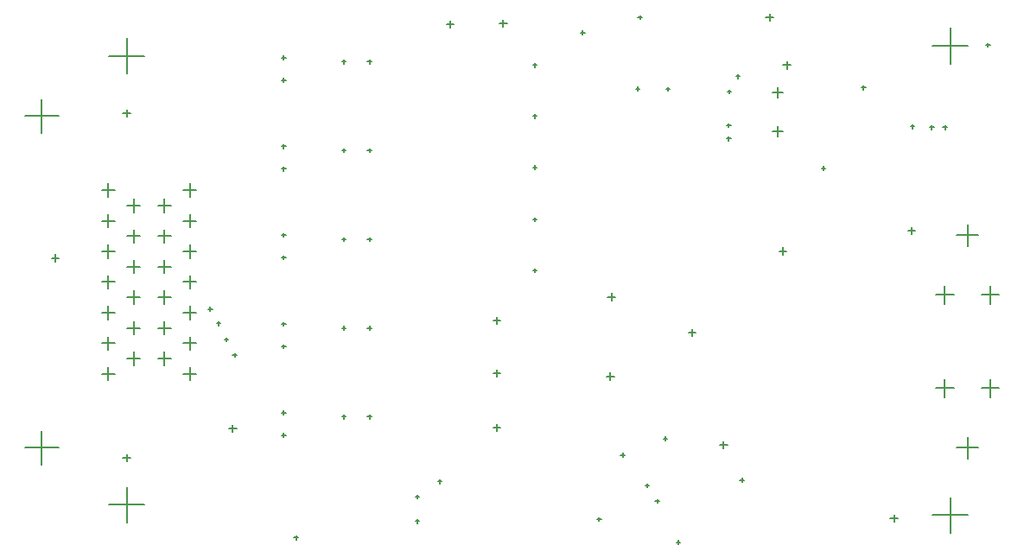
<source format=gbr>
%TF.GenerationSoftware,Altium Limited,Altium Designer,18.1.9 (240)*%
G04 Layer_Color=128*
%FSLAX26Y26*%
%MOIN*%
%TF.FileFunction,Drillmap*%
%TF.Part,Single*%
G01*
G75*
%TA.AperFunction,NonConductor*%
%ADD109C,0.005000*%
D109*
X6525591Y6366142D02*
X6663386D01*
X6594488Y6297244D02*
Y6435039D01*
X6525591Y4555118D02*
X6663386D01*
X6594488Y4486221D02*
Y4624016D01*
X3348425Y4594488D02*
X3486220D01*
X3417323Y4525591D02*
Y4663386D01*
X3348425Y6326772D02*
X3486220D01*
X3417323Y6257874D02*
Y6395669D01*
X6714448Y5404567D02*
X6783739D01*
X6749094Y5369921D02*
Y5439213D01*
X6714448Y5045512D02*
X6783739D01*
X6749094Y5010866D02*
Y5080158D01*
X6618897Y5635039D02*
X6703936D01*
X6661417Y5592520D02*
Y5677559D01*
X6618897Y4814961D02*
X6703936D01*
X6661417Y4772441D02*
Y4857480D01*
X6539251Y5404567D02*
X6608542D01*
X6573897Y5369921D02*
Y5439213D01*
X6539251Y5045512D02*
X6608542D01*
X6573897Y5010866D02*
Y5080158D01*
X3025591Y4814961D02*
X3155512D01*
X3090551Y4750000D02*
Y4879921D01*
X3320866Y5809055D02*
X3372047D01*
X3346457Y5783465D02*
Y5834646D01*
X3320866Y5690945D02*
X3372047D01*
X3346457Y5665354D02*
Y5716535D01*
X3320866Y5572835D02*
X3372047D01*
X3346457Y5547244D02*
Y5598425D01*
X3320866Y5454724D02*
X3372047D01*
X3346457Y5429134D02*
Y5480315D01*
X3320866Y5336614D02*
X3372047D01*
X3346457Y5311024D02*
Y5362205D01*
X3320866Y5218504D02*
X3372047D01*
X3346457Y5192913D02*
Y5244094D01*
X3320866Y5100394D02*
X3372047D01*
X3346457Y5074803D02*
Y5125984D01*
X3419291Y5750000D02*
X3470472D01*
X3444882Y5724409D02*
Y5775591D01*
X3419291Y5631890D02*
X3470472D01*
X3444882Y5606299D02*
Y5657480D01*
X3419291Y5513779D02*
X3470472D01*
X3444882Y5488189D02*
Y5539370D01*
X3419291Y5395669D02*
X3470472D01*
X3444882Y5370079D02*
Y5421260D01*
X3419291Y5277559D02*
X3470472D01*
X3444882Y5251969D02*
Y5303150D01*
X3419291Y5159449D02*
X3470472D01*
X3444882Y5133858D02*
Y5185039D01*
X3537402Y5750000D02*
X3588583D01*
X3562992Y5724409D02*
Y5775591D01*
X3537402Y5631890D02*
X3588583D01*
X3562992Y5606299D02*
Y5657480D01*
X3537402Y5513779D02*
X3588583D01*
X3562992Y5488189D02*
Y5539370D01*
X3537402Y5395669D02*
X3588583D01*
X3562992Y5370079D02*
Y5421260D01*
X3537402Y5277559D02*
X3588583D01*
X3562992Y5251969D02*
Y5303150D01*
X3537402Y5159449D02*
X3588583D01*
X3562992Y5133858D02*
Y5185039D01*
X3635827Y5809055D02*
X3687008D01*
X3661417Y5783465D02*
Y5834646D01*
X3635827Y5690945D02*
X3687008D01*
X3661417Y5665354D02*
Y5716535D01*
X3635827Y5572835D02*
X3687008D01*
X3661417Y5547244D02*
Y5598425D01*
X3635827Y5454724D02*
X3687008D01*
X3661417Y5429134D02*
Y5480315D01*
X3635827Y5336614D02*
X3687008D01*
X3661417Y5311024D02*
Y5362205D01*
X3635827Y5218504D02*
X3687008D01*
X3661417Y5192913D02*
Y5244094D01*
X3635827Y5100394D02*
X3687008D01*
X3661417Y5074803D02*
Y5125984D01*
X3025591Y6094488D02*
X3155512D01*
X3090551Y6029528D02*
Y6159449D01*
X5909449Y6185236D02*
X5948819D01*
X5929133Y6165551D02*
Y6204921D01*
X5909449Y6035236D02*
X5948819D01*
X5929133Y6015551D02*
Y6054921D01*
X6732658Y6370079D02*
X6747658D01*
X6740158Y6362579D02*
Y6377579D01*
X6252342Y6204724D02*
X6267342D01*
X6259842Y6197224D02*
Y6212224D01*
X6516122Y6051181D02*
X6531122D01*
X6523622Y6043681D02*
Y6058681D01*
X6567303Y6051181D02*
X6582303D01*
X6574803Y6043681D02*
Y6058681D01*
X6441319Y6055118D02*
X6456319D01*
X6448819Y6047618D02*
Y6062618D01*
X3127732Y5547244D02*
X3155732D01*
X3141732Y5533244D02*
Y5561244D01*
X4063366Y4468504D02*
X4078366D01*
X4070866Y4461004D02*
Y4476004D01*
X6363953Y4543307D02*
X6391953D01*
X6377953Y4529307D02*
Y4557307D01*
X5883638Y6476378D02*
X5911638D01*
X5897638Y6462378D02*
Y6490378D01*
X6430882Y5653543D02*
X6458882D01*
X6444882Y5639543D02*
Y5667543D01*
X5584425Y5259842D02*
X5612425D01*
X5598425Y5245842D02*
Y5273842D01*
X5706472Y4826772D02*
X5734472D01*
X5720472Y4812772D02*
Y4840772D01*
X5269465Y5090551D02*
X5297465D01*
X5283465Y5076551D02*
Y5104551D01*
X5273402Y5397638D02*
X5301402D01*
X5287402Y5383638D02*
Y5411638D01*
X4856079Y6452756D02*
X4884079D01*
X4870079Y6438756D02*
Y6466756D01*
X4651354Y6448819D02*
X4679354D01*
X4665354Y6434819D02*
Y6462819D01*
X3403323Y4775591D02*
X3431323D01*
X3417323Y4761591D02*
Y4789591D01*
X3403323Y6106299D02*
X3431323D01*
X3417323Y6092299D02*
Y6120299D01*
X4832457Y4893701D02*
X4860457D01*
X4846457Y4879701D02*
Y4907701D01*
X4832457Y5102362D02*
X4860457D01*
X4846457Y5088362D02*
Y5116362D01*
X4832457Y5307087D02*
X4860457D01*
X4846457Y5293087D02*
Y5321087D01*
X5488563Y4850394D02*
X5503563D01*
X5496063Y4842894D02*
Y4857894D01*
X5783320Y4690945D02*
X5798320D01*
X5790820Y4683445D02*
Y4698445D01*
X5935185Y5574437D02*
X5963185D01*
X5949185Y5560437D02*
Y5588437D01*
X5390138Y6476378D02*
X5405138D01*
X5397638Y6468878D02*
Y6483878D01*
X5169665Y6417323D02*
X5184665D01*
X5177165Y6409823D02*
Y6424823D01*
X5950567Y6291339D02*
X5978567D01*
X5964567Y6277339D02*
Y6305339D01*
X6098799Y5893701D02*
X6113799D01*
X6106299Y5886201D02*
Y5901201D01*
X5382264Y6200787D02*
X5397264D01*
X5389764Y6193287D02*
Y6208287D01*
X5323209Y4787402D02*
X5338209D01*
X5330709Y4779902D02*
Y4794902D01*
X3812772Y4889764D02*
X3840772D01*
X3826772Y4875764D02*
Y4903764D01*
X3827146Y5173228D02*
X3842146D01*
X3834646Y5165728D02*
Y5180728D01*
X3795650Y5232283D02*
X3810650D01*
X3803150Y5224783D02*
Y5239783D01*
X3764153Y5295276D02*
X3779153D01*
X3771653Y5287776D02*
Y5302776D01*
X3732657Y5350394D02*
X3747657D01*
X3740157Y5342894D02*
Y5357894D01*
X4618484Y4685039D02*
X4633484D01*
X4625984Y4677539D02*
Y4692539D01*
X5417697Y4669291D02*
X5432697D01*
X5425197Y4661791D02*
Y4676791D01*
X5457066Y4610236D02*
X5472066D01*
X5464566Y4602736D02*
Y4617736D01*
X5498406Y6198819D02*
X5513406D01*
X5505906Y6191319D02*
Y6206319D01*
X5768091Y6248032D02*
X5783091D01*
X5775591Y6240532D02*
Y6255532D01*
X5732658Y6059055D02*
X5747658D01*
X5740158Y6051555D02*
Y6066555D01*
X5734614Y6188964D02*
X5749614D01*
X5742114Y6181464D02*
Y6196464D01*
X5732646Y6007862D02*
X5747646D01*
X5740146Y6000362D02*
Y6015362D01*
X4984627Y5500001D02*
X4999627D01*
X4992127Y5492501D02*
Y5507501D01*
X4984627Y5696851D02*
X4999627D01*
X4992127Y5689351D02*
Y5704351D01*
X4984627Y5897639D02*
X4999627D01*
X4992127Y5890139D02*
Y5905139D01*
X4984627Y6094489D02*
X4999627D01*
X4992127Y6086989D02*
Y6101989D01*
X4984627Y6291340D02*
X4999627D01*
X4992127Y6283840D02*
Y6298840D01*
X5232658Y4539370D02*
X5247658D01*
X5240158Y4531870D02*
Y4546870D01*
X5537776Y4450787D02*
X5552776D01*
X5545276Y4443287D02*
Y4458287D01*
X4531870Y4625984D02*
X4546870D01*
X4539370Y4618484D02*
Y4633484D01*
X4531870Y4531496D02*
X4546870D01*
X4539370Y4523996D02*
Y4538996D01*
X4016122Y5293306D02*
X4031122D01*
X4023622Y5285806D02*
Y5300806D01*
X4016122Y5206692D02*
X4031122D01*
X4023622Y5199192D02*
Y5214192D01*
X4248401Y5277557D02*
X4263401D01*
X4255901Y5270057D02*
Y5285057D01*
X4346825Y5277557D02*
X4361825D01*
X4354325Y5270057D02*
Y5285057D01*
X4016122Y5635826D02*
X4031122D01*
X4023622Y5628326D02*
Y5643326D01*
X4016122Y5549212D02*
X4031122D01*
X4023622Y5541712D02*
Y5556712D01*
X4248401Y5620077D02*
X4263401D01*
X4255901Y5612577D02*
Y5627577D01*
X4346825Y5620077D02*
X4361825D01*
X4354325Y5612577D02*
Y5627577D01*
X4016122Y5978346D02*
X4031122D01*
X4023622Y5970846D02*
Y5985846D01*
X4016122Y5891731D02*
X4031122D01*
X4023622Y5884231D02*
Y5899231D01*
X4248401Y5962596D02*
X4263401D01*
X4255901Y5955096D02*
Y5970096D01*
X4346825Y5962596D02*
X4361825D01*
X4354325Y5955096D02*
Y5970096D01*
X4016122Y6320865D02*
X4031122D01*
X4023622Y6313365D02*
Y6328365D01*
X4016122Y6234251D02*
X4031122D01*
X4023622Y6226751D02*
Y6241751D01*
X4248401Y6305116D02*
X4263401D01*
X4255901Y6297616D02*
Y6312616D01*
X4346825Y6305116D02*
X4361825D01*
X4354325Y6297616D02*
Y6312616D01*
X4016122Y4950787D02*
X4031122D01*
X4023622Y4943287D02*
Y4958287D01*
X4016122Y4864172D02*
X4031122D01*
X4023622Y4856672D02*
Y4871672D01*
X4248401Y4935038D02*
X4263401D01*
X4255901Y4927538D02*
Y4942538D01*
X4346825Y4935038D02*
X4361825D01*
X4354325Y4927538D02*
Y4942538D01*
%TF.MD5,ea00d1099dbe4c702bec0f5e9a3e42b2*%
M02*

</source>
